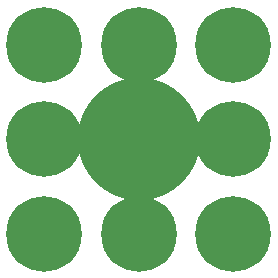
<source format=gbs>
G04 #@! TF.FileFunction,Soldermask,Bot*
%FSLAX46Y46*%
G04 Gerber Fmt 4.6, Leading zero omitted, Abs format (unit mm)*
G04 Created by KiCad (PCBNEW 4.0.1-3.201512221402+6198~38~ubuntu14.04.1-stable) date Mon 29 Feb 2016 11:09:00 PM PST*
%MOMM*%
G01*
G04 APERTURE LIST*
%ADD10C,0.100000*%
%ADD11C,10.400000*%
%ADD12C,6.400000*%
G04 APERTURE END LIST*
D10*
D11*
X131500000Y-89500000D03*
D12*
X139500000Y-81500000D03*
X123500000Y-81500000D03*
X131500000Y-81500000D03*
X139500000Y-89500000D03*
X139500000Y-97500000D03*
X131500000Y-97500000D03*
X123500000Y-89500000D03*
X123500000Y-97500000D03*
M02*

</source>
